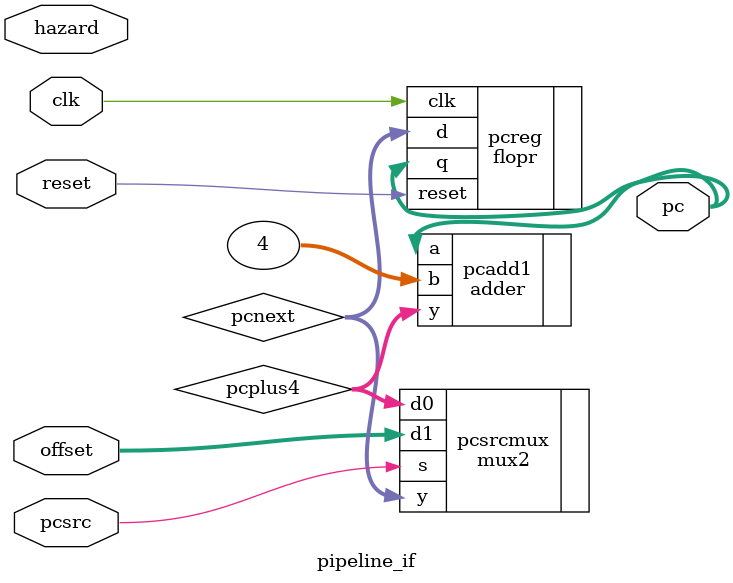
<source format=v>
`include "simparams.vh"


module pipeline_if(input clk, reset,
                   input         pcsrc, // To branch or to not branch that is the question.
                   input         hazard,
                   input [31:0]  offset,
                   output [31:0] pc);

   wire [31:0]           pcplus4, pcnext;

   flopr #(32) pcreg(.clk   (clk),
                     .reset (reset),
                     .d     (pcnext),
                     .q     (pc));

   adder pcadd1(.a (pc),
                .b (32'b100),
                .y (pcplus4));

   mux2 #(32) pcsrcmux(.d0  (pcplus4),
                       .d1  (offset),
                       .s   (pcsrc),
                       .y   (pcnext));
endmodule // pipeline_if

</source>
